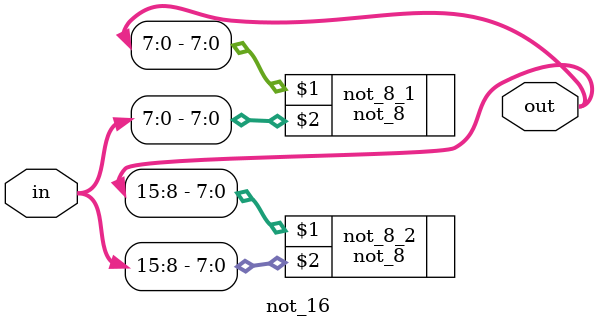
<source format=v>
module not_16(out,in);
	input[15:0] in;
	output[15:0] out;
	not_8 not_8_1(out[7:0],in[7:0]);
	not_8 not_8_2(out[15:8],in[15:8]);
endmodule
	
</source>
